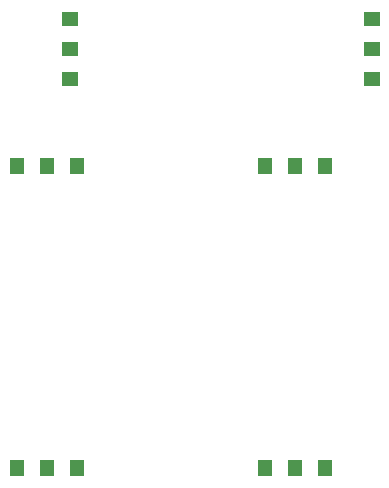
<source format=gbr>
G04 #@! TF.GenerationSoftware,KiCad,Pcbnew,5.1.5+dfsg1-2build2*
G04 #@! TF.CreationDate,2021-12-20T12:08:05-03:00*
G04 #@! TF.ProjectId,prueba,70727565-6261-42e6-9b69-6361645f7063,rev?*
G04 #@! TF.SameCoordinates,Original*
G04 #@! TF.FileFunction,Paste,Bot*
G04 #@! TF.FilePolarity,Positive*
%FSLAX46Y46*%
G04 Gerber Fmt 4.6, Leading zero omitted, Abs format (unit mm)*
G04 Created by KiCad (PCBNEW 5.1.5+dfsg1-2build2) date 2021-12-20 12:08:05*
%MOMM*%
%LPD*%
G04 APERTURE LIST*
%ADD10R,1.400000X1.300000*%
%ADD11R,1.300000X1.400000*%
G04 APERTURE END LIST*
D10*
X136770000Y-55810000D03*
X136770000Y-53270000D03*
X136770000Y-50730000D03*
X111230000Y-55810000D03*
X111230000Y-53270000D03*
X111230000Y-50730000D03*
D11*
X111810000Y-63230000D03*
X109270000Y-63230000D03*
X106730000Y-63230000D03*
X111810000Y-88770000D03*
X109270000Y-88770000D03*
X106730000Y-88770000D03*
X132810000Y-63230000D03*
X130270000Y-63230000D03*
X127730000Y-63230000D03*
X132810000Y-88770000D03*
X130270000Y-88770000D03*
X127730000Y-88770000D03*
M02*

</source>
